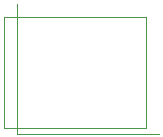
<source format=gbr>
G04 #@! TF.GenerationSoftware,KiCad,Pcbnew,5.1.5+dfsg1-2~bpo10+1*
G04 #@! TF.CreationDate,2020-04-01T17:55:09+02:00*
G04 #@! TF.ProjectId,qomu-board,716f6d75-2d62-46f6-9172-642e6b696361,rev?*
G04 #@! TF.SameCoordinates,Original*
G04 #@! TF.FileFunction,OtherDrawing,Comment*
%FSLAX46Y46*%
G04 Gerber Fmt 4.6, Leading zero omitted, Abs format (unit mm)*
G04 Created by KiCad (PCBNEW 5.1.5+dfsg1-2~bpo10+1) date 2020-04-01 17:55:09*
%MOMM*%
%LPD*%
G04 APERTURE LIST*
%ADD10C,0.025400*%
%ADD11C,0.050000*%
G04 APERTURE END LIST*
D10*
X17950000Y-27025000D02*
X29950000Y-27025000D01*
X17950000Y-16025000D02*
X17950000Y-27025000D01*
D11*
X28850000Y-26550000D02*
X28850000Y-17150000D01*
X28850000Y-17150000D02*
X16850000Y-17150000D01*
X28850000Y-26550000D02*
X16850000Y-26550000D01*
X16850000Y-26550000D02*
X16850000Y-17150000D01*
M02*

</source>
